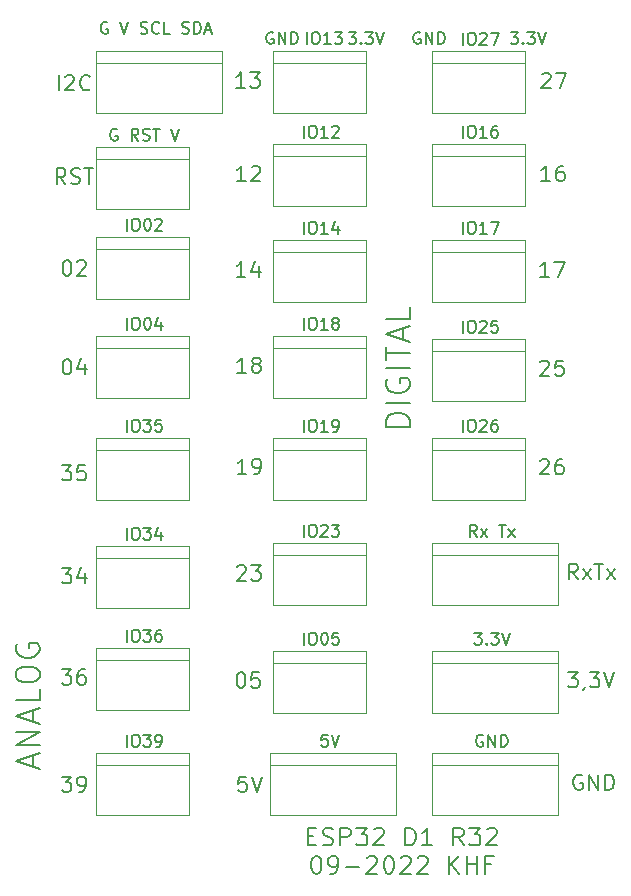
<source format=gbr>
%TF.GenerationSoftware,KiCad,Pcbnew,(5.1.9)-1*%
%TF.CreationDate,2022-11-09T15:03:55+01:00*%
%TF.ProjectId,Wemos UNO,57656d6f-7320-4554-9e4f-2e6b69636164,rev?*%
%TF.SameCoordinates,Original*%
%TF.FileFunction,Legend,Top*%
%TF.FilePolarity,Positive*%
%FSLAX46Y46*%
G04 Gerber Fmt 4.6, Leading zero omitted, Abs format (unit mm)*
G04 Created by KiCad (PCBNEW (5.1.9)-1) date 2022-11-09 15:03:55*
%MOMM*%
%LPD*%
G01*
G04 APERTURE LIST*
%ADD10C,0.150000*%
%ADD11C,0.120000*%
G04 APERTURE END LIST*
D10*
X157719523Y-112410000D02*
X157595714Y-112348095D01*
X157410000Y-112348095D01*
X157224285Y-112410000D01*
X157100476Y-112533809D01*
X157038571Y-112657619D01*
X156976666Y-112905238D01*
X156976666Y-113090952D01*
X157038571Y-113338571D01*
X157100476Y-113462380D01*
X157224285Y-113586190D01*
X157410000Y-113648095D01*
X157533809Y-113648095D01*
X157719523Y-113586190D01*
X157781428Y-113524285D01*
X157781428Y-113090952D01*
X157533809Y-113090952D01*
X158338571Y-113648095D02*
X158338571Y-112348095D01*
X159081428Y-113648095D01*
X159081428Y-112348095D01*
X159700476Y-113648095D02*
X159700476Y-112348095D01*
X160010000Y-112348095D01*
X160195714Y-112410000D01*
X160319523Y-112533809D01*
X160381428Y-112657619D01*
X160443333Y-112905238D01*
X160443333Y-113090952D01*
X160381428Y-113338571D01*
X160319523Y-113462380D01*
X160195714Y-113586190D01*
X160010000Y-113648095D01*
X159700476Y-113648095D01*
X154359523Y-53061904D02*
X154421428Y-53000000D01*
X154545238Y-52938095D01*
X154854761Y-52938095D01*
X154978571Y-53000000D01*
X155040476Y-53061904D01*
X155102380Y-53185714D01*
X155102380Y-53309523D01*
X155040476Y-53495238D01*
X154297619Y-54238095D01*
X155102380Y-54238095D01*
X155535714Y-52938095D02*
X156402380Y-52938095D01*
X155845238Y-54238095D01*
X129202380Y-54208095D02*
X128459523Y-54208095D01*
X128830952Y-54208095D02*
X128830952Y-52908095D01*
X128707142Y-53093809D01*
X128583333Y-53217619D01*
X128459523Y-53279523D01*
X129635714Y-52908095D02*
X130440476Y-52908095D01*
X130007142Y-53403333D01*
X130192857Y-53403333D01*
X130316666Y-53465238D01*
X130378571Y-53527142D01*
X130440476Y-53650952D01*
X130440476Y-53960476D01*
X130378571Y-54084285D01*
X130316666Y-54146190D01*
X130192857Y-54208095D01*
X129821428Y-54208095D01*
X129697619Y-54146190D01*
X129635714Y-54084285D01*
X129262380Y-62108095D02*
X128519523Y-62108095D01*
X128890952Y-62108095D02*
X128890952Y-60808095D01*
X128767142Y-60993809D01*
X128643333Y-61117619D01*
X128519523Y-61179523D01*
X129757619Y-60931904D02*
X129819523Y-60870000D01*
X129943333Y-60808095D01*
X130252857Y-60808095D01*
X130376666Y-60870000D01*
X130438571Y-60931904D01*
X130500476Y-61055714D01*
X130500476Y-61179523D01*
X130438571Y-61365238D01*
X129695714Y-62108095D01*
X130500476Y-62108095D01*
X155042380Y-62108095D02*
X154299523Y-62108095D01*
X154670952Y-62108095D02*
X154670952Y-60808095D01*
X154547142Y-60993809D01*
X154423333Y-61117619D01*
X154299523Y-61179523D01*
X156156666Y-60808095D02*
X155909047Y-60808095D01*
X155785238Y-60870000D01*
X155723333Y-60931904D01*
X155599523Y-61117619D01*
X155537619Y-61365238D01*
X155537619Y-61860476D01*
X155599523Y-61984285D01*
X155661428Y-62046190D01*
X155785238Y-62108095D01*
X156032857Y-62108095D01*
X156156666Y-62046190D01*
X156218571Y-61984285D01*
X156280476Y-61860476D01*
X156280476Y-61550952D01*
X156218571Y-61427142D01*
X156156666Y-61365238D01*
X156032857Y-61303333D01*
X155785238Y-61303333D01*
X155661428Y-61365238D01*
X155599523Y-61427142D01*
X155537619Y-61550952D01*
X154952380Y-70228095D02*
X154209523Y-70228095D01*
X154580952Y-70228095D02*
X154580952Y-68928095D01*
X154457142Y-69113809D01*
X154333333Y-69237619D01*
X154209523Y-69299523D01*
X155385714Y-68928095D02*
X156252380Y-68928095D01*
X155695238Y-70228095D01*
X129232380Y-70198095D02*
X128489523Y-70198095D01*
X128860952Y-70198095D02*
X128860952Y-68898095D01*
X128737142Y-69083809D01*
X128613333Y-69207619D01*
X128489523Y-69269523D01*
X130346666Y-69331428D02*
X130346666Y-70198095D01*
X130037142Y-68836190D02*
X129727619Y-69764761D01*
X130532380Y-69764761D01*
X154209523Y-77421904D02*
X154271428Y-77360000D01*
X154395238Y-77298095D01*
X154704761Y-77298095D01*
X154828571Y-77360000D01*
X154890476Y-77421904D01*
X154952380Y-77545714D01*
X154952380Y-77669523D01*
X154890476Y-77855238D01*
X154147619Y-78598095D01*
X154952380Y-78598095D01*
X156128571Y-77298095D02*
X155509523Y-77298095D01*
X155447619Y-77917142D01*
X155509523Y-77855238D01*
X155633333Y-77793333D01*
X155942857Y-77793333D01*
X156066666Y-77855238D01*
X156128571Y-77917142D01*
X156190476Y-78040952D01*
X156190476Y-78350476D01*
X156128571Y-78474285D01*
X156066666Y-78536190D01*
X155942857Y-78598095D01*
X155633333Y-78598095D01*
X155509523Y-78536190D01*
X155447619Y-78474285D01*
X129292380Y-78348095D02*
X128549523Y-78348095D01*
X128920952Y-78348095D02*
X128920952Y-77048095D01*
X128797142Y-77233809D01*
X128673333Y-77357619D01*
X128549523Y-77419523D01*
X130035238Y-77605238D02*
X129911428Y-77543333D01*
X129849523Y-77481428D01*
X129787619Y-77357619D01*
X129787619Y-77295714D01*
X129849523Y-77171904D01*
X129911428Y-77110000D01*
X130035238Y-77048095D01*
X130282857Y-77048095D01*
X130406666Y-77110000D01*
X130468571Y-77171904D01*
X130530476Y-77295714D01*
X130530476Y-77357619D01*
X130468571Y-77481428D01*
X130406666Y-77543333D01*
X130282857Y-77605238D01*
X130035238Y-77605238D01*
X129911428Y-77667142D01*
X129849523Y-77729047D01*
X129787619Y-77852857D01*
X129787619Y-78100476D01*
X129849523Y-78224285D01*
X129911428Y-78286190D01*
X130035238Y-78348095D01*
X130282857Y-78348095D01*
X130406666Y-78286190D01*
X130468571Y-78224285D01*
X130530476Y-78100476D01*
X130530476Y-77852857D01*
X130468571Y-77729047D01*
X130406666Y-77667142D01*
X130282857Y-77605238D01*
X154209523Y-85761904D02*
X154271428Y-85700000D01*
X154395238Y-85638095D01*
X154704761Y-85638095D01*
X154828571Y-85700000D01*
X154890476Y-85761904D01*
X154952380Y-85885714D01*
X154952380Y-86009523D01*
X154890476Y-86195238D01*
X154147619Y-86938095D01*
X154952380Y-86938095D01*
X156066666Y-85638095D02*
X155819047Y-85638095D01*
X155695238Y-85700000D01*
X155633333Y-85761904D01*
X155509523Y-85947619D01*
X155447619Y-86195238D01*
X155447619Y-86690476D01*
X155509523Y-86814285D01*
X155571428Y-86876190D01*
X155695238Y-86938095D01*
X155942857Y-86938095D01*
X156066666Y-86876190D01*
X156128571Y-86814285D01*
X156190476Y-86690476D01*
X156190476Y-86380952D01*
X156128571Y-86257142D01*
X156066666Y-86195238D01*
X155942857Y-86133333D01*
X155695238Y-86133333D01*
X155571428Y-86195238D01*
X155509523Y-86257142D01*
X155447619Y-86380952D01*
X129322380Y-86908095D02*
X128579523Y-86908095D01*
X128950952Y-86908095D02*
X128950952Y-85608095D01*
X128827142Y-85793809D01*
X128703333Y-85917619D01*
X128579523Y-85979523D01*
X129941428Y-86908095D02*
X130189047Y-86908095D01*
X130312857Y-86846190D01*
X130374761Y-86784285D01*
X130498571Y-86598571D01*
X130560476Y-86350952D01*
X130560476Y-85855714D01*
X130498571Y-85731904D01*
X130436666Y-85670000D01*
X130312857Y-85608095D01*
X130065238Y-85608095D01*
X129941428Y-85670000D01*
X129879523Y-85731904D01*
X129817619Y-85855714D01*
X129817619Y-86165238D01*
X129879523Y-86289047D01*
X129941428Y-86350952D01*
X130065238Y-86412857D01*
X130312857Y-86412857D01*
X130436666Y-86350952D01*
X130498571Y-86289047D01*
X130560476Y-86165238D01*
X157354761Y-95798095D02*
X156921428Y-95179047D01*
X156611904Y-95798095D02*
X156611904Y-94498095D01*
X157107142Y-94498095D01*
X157230952Y-94560000D01*
X157292857Y-94621904D01*
X157354761Y-94745714D01*
X157354761Y-94931428D01*
X157292857Y-95055238D01*
X157230952Y-95117142D01*
X157107142Y-95179047D01*
X156611904Y-95179047D01*
X157788095Y-95798095D02*
X158469047Y-94931428D01*
X157788095Y-94931428D02*
X158469047Y-95798095D01*
X158778571Y-94498095D02*
X159521428Y-94498095D01*
X159150000Y-95798095D02*
X159150000Y-94498095D01*
X159830952Y-95798095D02*
X160511904Y-94931428D01*
X159830952Y-94931428D02*
X160511904Y-95798095D01*
X128549523Y-94771904D02*
X128611428Y-94710000D01*
X128735238Y-94648095D01*
X129044761Y-94648095D01*
X129168571Y-94710000D01*
X129230476Y-94771904D01*
X129292380Y-94895714D01*
X129292380Y-95019523D01*
X129230476Y-95205238D01*
X128487619Y-95948095D01*
X129292380Y-95948095D01*
X129725714Y-94648095D02*
X130530476Y-94648095D01*
X130097142Y-95143333D01*
X130282857Y-95143333D01*
X130406666Y-95205238D01*
X130468571Y-95267142D01*
X130530476Y-95390952D01*
X130530476Y-95700476D01*
X130468571Y-95824285D01*
X130406666Y-95886190D01*
X130282857Y-95948095D01*
X129911428Y-95948095D01*
X129787619Y-95886190D01*
X129725714Y-95824285D01*
X156550952Y-103668095D02*
X157355714Y-103668095D01*
X156922380Y-104163333D01*
X157108095Y-104163333D01*
X157231904Y-104225238D01*
X157293809Y-104287142D01*
X157355714Y-104410952D01*
X157355714Y-104720476D01*
X157293809Y-104844285D01*
X157231904Y-104906190D01*
X157108095Y-104968095D01*
X156736666Y-104968095D01*
X156612857Y-104906190D01*
X156550952Y-104844285D01*
X157974761Y-104906190D02*
X157974761Y-104968095D01*
X157912857Y-105091904D01*
X157850952Y-105153809D01*
X158408095Y-103668095D02*
X159212857Y-103668095D01*
X158779523Y-104163333D01*
X158965238Y-104163333D01*
X159089047Y-104225238D01*
X159150952Y-104287142D01*
X159212857Y-104410952D01*
X159212857Y-104720476D01*
X159150952Y-104844285D01*
X159089047Y-104906190D01*
X158965238Y-104968095D01*
X158593809Y-104968095D01*
X158470000Y-104906190D01*
X158408095Y-104844285D01*
X159584285Y-103668095D02*
X160017619Y-104968095D01*
X160450952Y-103668095D01*
X128799047Y-103698095D02*
X128922857Y-103698095D01*
X129046666Y-103760000D01*
X129108571Y-103821904D01*
X129170476Y-103945714D01*
X129232380Y-104193333D01*
X129232380Y-104502857D01*
X129170476Y-104750476D01*
X129108571Y-104874285D01*
X129046666Y-104936190D01*
X128922857Y-104998095D01*
X128799047Y-104998095D01*
X128675238Y-104936190D01*
X128613333Y-104874285D01*
X128551428Y-104750476D01*
X128489523Y-104502857D01*
X128489523Y-104193333D01*
X128551428Y-103945714D01*
X128613333Y-103821904D01*
X128675238Y-103760000D01*
X128799047Y-103698095D01*
X130408571Y-103698095D02*
X129789523Y-103698095D01*
X129727619Y-104317142D01*
X129789523Y-104255238D01*
X129913333Y-104193333D01*
X130222857Y-104193333D01*
X130346666Y-104255238D01*
X130408571Y-104317142D01*
X130470476Y-104440952D01*
X130470476Y-104750476D01*
X130408571Y-104874285D01*
X130346666Y-104936190D01*
X130222857Y-104998095D01*
X129913333Y-104998095D01*
X129789523Y-104936190D01*
X129727619Y-104874285D01*
X113697619Y-86148095D02*
X114502380Y-86148095D01*
X114069047Y-86643333D01*
X114254761Y-86643333D01*
X114378571Y-86705238D01*
X114440476Y-86767142D01*
X114502380Y-86890952D01*
X114502380Y-87200476D01*
X114440476Y-87324285D01*
X114378571Y-87386190D01*
X114254761Y-87448095D01*
X113883333Y-87448095D01*
X113759523Y-87386190D01*
X113697619Y-87324285D01*
X115678571Y-86148095D02*
X115059523Y-86148095D01*
X114997619Y-86767142D01*
X115059523Y-86705238D01*
X115183333Y-86643333D01*
X115492857Y-86643333D01*
X115616666Y-86705238D01*
X115678571Y-86767142D01*
X115740476Y-86890952D01*
X115740476Y-87200476D01*
X115678571Y-87324285D01*
X115616666Y-87386190D01*
X115492857Y-87448095D01*
X115183333Y-87448095D01*
X115059523Y-87386190D01*
X114997619Y-87324285D01*
X129322380Y-112518095D02*
X128703333Y-112518095D01*
X128641428Y-113137142D01*
X128703333Y-113075238D01*
X128827142Y-113013333D01*
X129136666Y-113013333D01*
X129260476Y-113075238D01*
X129322380Y-113137142D01*
X129384285Y-113260952D01*
X129384285Y-113570476D01*
X129322380Y-113694285D01*
X129260476Y-113756190D01*
X129136666Y-113818095D01*
X128827142Y-113818095D01*
X128703333Y-113756190D01*
X128641428Y-113694285D01*
X129755714Y-112518095D02*
X130189047Y-113818095D01*
X130622380Y-112518095D01*
X113697619Y-112518095D02*
X114502380Y-112518095D01*
X114069047Y-113013333D01*
X114254761Y-113013333D01*
X114378571Y-113075238D01*
X114440476Y-113137142D01*
X114502380Y-113260952D01*
X114502380Y-113570476D01*
X114440476Y-113694285D01*
X114378571Y-113756190D01*
X114254761Y-113818095D01*
X113883333Y-113818095D01*
X113759523Y-113756190D01*
X113697619Y-113694285D01*
X115121428Y-113818095D02*
X115369047Y-113818095D01*
X115492857Y-113756190D01*
X115554761Y-113694285D01*
X115678571Y-113508571D01*
X115740476Y-113260952D01*
X115740476Y-112765714D01*
X115678571Y-112641904D01*
X115616666Y-112580000D01*
X115492857Y-112518095D01*
X115245238Y-112518095D01*
X115121428Y-112580000D01*
X115059523Y-112641904D01*
X114997619Y-112765714D01*
X114997619Y-113075238D01*
X115059523Y-113199047D01*
X115121428Y-113260952D01*
X115245238Y-113322857D01*
X115492857Y-113322857D01*
X115616666Y-113260952D01*
X115678571Y-113199047D01*
X115740476Y-113075238D01*
X113697619Y-103438095D02*
X114502380Y-103438095D01*
X114069047Y-103933333D01*
X114254761Y-103933333D01*
X114378571Y-103995238D01*
X114440476Y-104057142D01*
X114502380Y-104180952D01*
X114502380Y-104490476D01*
X114440476Y-104614285D01*
X114378571Y-104676190D01*
X114254761Y-104738095D01*
X113883333Y-104738095D01*
X113759523Y-104676190D01*
X113697619Y-104614285D01*
X115616666Y-103438095D02*
X115369047Y-103438095D01*
X115245238Y-103500000D01*
X115183333Y-103561904D01*
X115059523Y-103747619D01*
X114997619Y-103995238D01*
X114997619Y-104490476D01*
X115059523Y-104614285D01*
X115121428Y-104676190D01*
X115245238Y-104738095D01*
X115492857Y-104738095D01*
X115616666Y-104676190D01*
X115678571Y-104614285D01*
X115740476Y-104490476D01*
X115740476Y-104180952D01*
X115678571Y-104057142D01*
X115616666Y-103995238D01*
X115492857Y-103933333D01*
X115245238Y-103933333D01*
X115121428Y-103995238D01*
X115059523Y-104057142D01*
X114997619Y-104180952D01*
X113697619Y-94868095D02*
X114502380Y-94868095D01*
X114069047Y-95363333D01*
X114254761Y-95363333D01*
X114378571Y-95425238D01*
X114440476Y-95487142D01*
X114502380Y-95610952D01*
X114502380Y-95920476D01*
X114440476Y-96044285D01*
X114378571Y-96106190D01*
X114254761Y-96168095D01*
X113883333Y-96168095D01*
X113759523Y-96106190D01*
X113697619Y-96044285D01*
X115616666Y-95301428D02*
X115616666Y-96168095D01*
X115307142Y-94806190D02*
X114997619Y-95734761D01*
X115802380Y-95734761D01*
X114069047Y-77178095D02*
X114192857Y-77178095D01*
X114316666Y-77240000D01*
X114378571Y-77301904D01*
X114440476Y-77425714D01*
X114502380Y-77673333D01*
X114502380Y-77982857D01*
X114440476Y-78230476D01*
X114378571Y-78354285D01*
X114316666Y-78416190D01*
X114192857Y-78478095D01*
X114069047Y-78478095D01*
X113945238Y-78416190D01*
X113883333Y-78354285D01*
X113821428Y-78230476D01*
X113759523Y-77982857D01*
X113759523Y-77673333D01*
X113821428Y-77425714D01*
X113883333Y-77301904D01*
X113945238Y-77240000D01*
X114069047Y-77178095D01*
X115616666Y-77611428D02*
X115616666Y-78478095D01*
X115307142Y-77116190D02*
X114997619Y-78044761D01*
X115802380Y-78044761D01*
X114069047Y-68808095D02*
X114192857Y-68808095D01*
X114316666Y-68870000D01*
X114378571Y-68931904D01*
X114440476Y-69055714D01*
X114502380Y-69303333D01*
X114502380Y-69612857D01*
X114440476Y-69860476D01*
X114378571Y-69984285D01*
X114316666Y-70046190D01*
X114192857Y-70108095D01*
X114069047Y-70108095D01*
X113945238Y-70046190D01*
X113883333Y-69984285D01*
X113821428Y-69860476D01*
X113759523Y-69612857D01*
X113759523Y-69303333D01*
X113821428Y-69055714D01*
X113883333Y-68931904D01*
X113945238Y-68870000D01*
X114069047Y-68808095D01*
X114997619Y-68931904D02*
X115059523Y-68870000D01*
X115183333Y-68808095D01*
X115492857Y-68808095D01*
X115616666Y-68870000D01*
X115678571Y-68931904D01*
X115740476Y-69055714D01*
X115740476Y-69179523D01*
X115678571Y-69365238D01*
X114935714Y-70108095D01*
X115740476Y-70108095D01*
X113998095Y-62338095D02*
X113564761Y-61719047D01*
X113255238Y-62338095D02*
X113255238Y-61038095D01*
X113750476Y-61038095D01*
X113874285Y-61100000D01*
X113936190Y-61161904D01*
X113998095Y-61285714D01*
X113998095Y-61471428D01*
X113936190Y-61595238D01*
X113874285Y-61657142D01*
X113750476Y-61719047D01*
X113255238Y-61719047D01*
X114493333Y-62276190D02*
X114679047Y-62338095D01*
X114988571Y-62338095D01*
X115112380Y-62276190D01*
X115174285Y-62214285D01*
X115236190Y-62090476D01*
X115236190Y-61966666D01*
X115174285Y-61842857D01*
X115112380Y-61780952D01*
X114988571Y-61719047D01*
X114740952Y-61657142D01*
X114617142Y-61595238D01*
X114555238Y-61533333D01*
X114493333Y-61409523D01*
X114493333Y-61285714D01*
X114555238Y-61161904D01*
X114617142Y-61100000D01*
X114740952Y-61038095D01*
X115050476Y-61038095D01*
X115236190Y-61100000D01*
X115607619Y-61038095D02*
X116350476Y-61038095D01*
X115979047Y-62338095D02*
X115979047Y-61038095D01*
X113440952Y-54428095D02*
X113440952Y-53128095D01*
X113998095Y-53251904D02*
X114060000Y-53190000D01*
X114183809Y-53128095D01*
X114493333Y-53128095D01*
X114617142Y-53190000D01*
X114679047Y-53251904D01*
X114740952Y-53375714D01*
X114740952Y-53499523D01*
X114679047Y-53685238D01*
X113936190Y-54428095D01*
X114740952Y-54428095D01*
X116040952Y-54304285D02*
X115979047Y-54366190D01*
X115793333Y-54428095D01*
X115669523Y-54428095D01*
X115483809Y-54366190D01*
X115360000Y-54242380D01*
X115298095Y-54118571D01*
X115236190Y-53870952D01*
X115236190Y-53685238D01*
X115298095Y-53437619D01*
X115360000Y-53313809D01*
X115483809Y-53190000D01*
X115669523Y-53128095D01*
X115793333Y-53128095D01*
X115979047Y-53190000D01*
X116040952Y-53251904D01*
X131572095Y-49538000D02*
X131476857Y-49490380D01*
X131334000Y-49490380D01*
X131191142Y-49538000D01*
X131095904Y-49633238D01*
X131048285Y-49728476D01*
X131000666Y-49918952D01*
X131000666Y-50061809D01*
X131048285Y-50252285D01*
X131095904Y-50347523D01*
X131191142Y-50442761D01*
X131334000Y-50490380D01*
X131429238Y-50490380D01*
X131572095Y-50442761D01*
X131619714Y-50395142D01*
X131619714Y-50061809D01*
X131429238Y-50061809D01*
X132048285Y-50490380D02*
X132048285Y-49490380D01*
X132619714Y-50490380D01*
X132619714Y-49490380D01*
X133095904Y-50490380D02*
X133095904Y-49490380D01*
X133334000Y-49490380D01*
X133476857Y-49538000D01*
X133572095Y-49633238D01*
X133619714Y-49728476D01*
X133667333Y-49918952D01*
X133667333Y-50061809D01*
X133619714Y-50252285D01*
X133572095Y-50347523D01*
X133476857Y-50442761D01*
X133334000Y-50490380D01*
X133095904Y-50490380D01*
X137969809Y-49490380D02*
X138588857Y-49490380D01*
X138255523Y-49871333D01*
X138398380Y-49871333D01*
X138493619Y-49918952D01*
X138541238Y-49966571D01*
X138588857Y-50061809D01*
X138588857Y-50299904D01*
X138541238Y-50395142D01*
X138493619Y-50442761D01*
X138398380Y-50490380D01*
X138112666Y-50490380D01*
X138017428Y-50442761D01*
X137969809Y-50395142D01*
X139017428Y-50395142D02*
X139065047Y-50442761D01*
X139017428Y-50490380D01*
X138969809Y-50442761D01*
X139017428Y-50395142D01*
X139017428Y-50490380D01*
X139398380Y-49490380D02*
X140017428Y-49490380D01*
X139684095Y-49871333D01*
X139826952Y-49871333D01*
X139922190Y-49918952D01*
X139969809Y-49966571D01*
X140017428Y-50061809D01*
X140017428Y-50299904D01*
X139969809Y-50395142D01*
X139922190Y-50442761D01*
X139826952Y-50490380D01*
X139541238Y-50490380D01*
X139446000Y-50442761D01*
X139398380Y-50395142D01*
X140303142Y-49490380D02*
X140636476Y-50490380D01*
X140969809Y-49490380D01*
X151685809Y-49490380D02*
X152304857Y-49490380D01*
X151971523Y-49871333D01*
X152114380Y-49871333D01*
X152209619Y-49918952D01*
X152257238Y-49966571D01*
X152304857Y-50061809D01*
X152304857Y-50299904D01*
X152257238Y-50395142D01*
X152209619Y-50442761D01*
X152114380Y-50490380D01*
X151828666Y-50490380D01*
X151733428Y-50442761D01*
X151685809Y-50395142D01*
X152733428Y-50395142D02*
X152781047Y-50442761D01*
X152733428Y-50490380D01*
X152685809Y-50442761D01*
X152733428Y-50395142D01*
X152733428Y-50490380D01*
X153114380Y-49490380D02*
X153733428Y-49490380D01*
X153400095Y-49871333D01*
X153542952Y-49871333D01*
X153638190Y-49918952D01*
X153685809Y-49966571D01*
X153733428Y-50061809D01*
X153733428Y-50299904D01*
X153685809Y-50395142D01*
X153638190Y-50442761D01*
X153542952Y-50490380D01*
X153257238Y-50490380D01*
X153162000Y-50442761D01*
X153114380Y-50395142D01*
X154019142Y-49490380D02*
X154352476Y-50490380D01*
X154685809Y-49490380D01*
X144018095Y-49538000D02*
X143922857Y-49490380D01*
X143780000Y-49490380D01*
X143637142Y-49538000D01*
X143541904Y-49633238D01*
X143494285Y-49728476D01*
X143446666Y-49918952D01*
X143446666Y-50061809D01*
X143494285Y-50252285D01*
X143541904Y-50347523D01*
X143637142Y-50442761D01*
X143780000Y-50490380D01*
X143875238Y-50490380D01*
X144018095Y-50442761D01*
X144065714Y-50395142D01*
X144065714Y-50061809D01*
X143875238Y-50061809D01*
X144494285Y-50490380D02*
X144494285Y-49490380D01*
X145065714Y-50490380D01*
X145065714Y-49490380D01*
X145541904Y-50490380D02*
X145541904Y-49490380D01*
X145780000Y-49490380D01*
X145922857Y-49538000D01*
X146018095Y-49633238D01*
X146065714Y-49728476D01*
X146113333Y-49918952D01*
X146113333Y-50061809D01*
X146065714Y-50252285D01*
X146018095Y-50347523D01*
X145922857Y-50442761D01*
X145780000Y-50490380D01*
X145541904Y-50490380D01*
X134494000Y-117564857D02*
X134994000Y-117564857D01*
X135208285Y-118350571D02*
X134494000Y-118350571D01*
X134494000Y-116850571D01*
X135208285Y-116850571D01*
X135779714Y-118279142D02*
X135994000Y-118350571D01*
X136351142Y-118350571D01*
X136494000Y-118279142D01*
X136565428Y-118207714D01*
X136636857Y-118064857D01*
X136636857Y-117922000D01*
X136565428Y-117779142D01*
X136494000Y-117707714D01*
X136351142Y-117636285D01*
X136065428Y-117564857D01*
X135922571Y-117493428D01*
X135851142Y-117422000D01*
X135779714Y-117279142D01*
X135779714Y-117136285D01*
X135851142Y-116993428D01*
X135922571Y-116922000D01*
X136065428Y-116850571D01*
X136422571Y-116850571D01*
X136636857Y-116922000D01*
X137279714Y-118350571D02*
X137279714Y-116850571D01*
X137851142Y-116850571D01*
X137994000Y-116922000D01*
X138065428Y-116993428D01*
X138136857Y-117136285D01*
X138136857Y-117350571D01*
X138065428Y-117493428D01*
X137994000Y-117564857D01*
X137851142Y-117636285D01*
X137279714Y-117636285D01*
X138636857Y-116850571D02*
X139565428Y-116850571D01*
X139065428Y-117422000D01*
X139279714Y-117422000D01*
X139422571Y-117493428D01*
X139494000Y-117564857D01*
X139565428Y-117707714D01*
X139565428Y-118064857D01*
X139494000Y-118207714D01*
X139422571Y-118279142D01*
X139279714Y-118350571D01*
X138851142Y-118350571D01*
X138708285Y-118279142D01*
X138636857Y-118207714D01*
X140136857Y-116993428D02*
X140208285Y-116922000D01*
X140351142Y-116850571D01*
X140708285Y-116850571D01*
X140851142Y-116922000D01*
X140922571Y-116993428D01*
X140994000Y-117136285D01*
X140994000Y-117279142D01*
X140922571Y-117493428D01*
X140065428Y-118350571D01*
X140994000Y-118350571D01*
X142779714Y-118350571D02*
X142779714Y-116850571D01*
X143136857Y-116850571D01*
X143351142Y-116922000D01*
X143494000Y-117064857D01*
X143565428Y-117207714D01*
X143636857Y-117493428D01*
X143636857Y-117707714D01*
X143565428Y-117993428D01*
X143494000Y-118136285D01*
X143351142Y-118279142D01*
X143136857Y-118350571D01*
X142779714Y-118350571D01*
X145065428Y-118350571D02*
X144208285Y-118350571D01*
X144636857Y-118350571D02*
X144636857Y-116850571D01*
X144494000Y-117064857D01*
X144351142Y-117207714D01*
X144208285Y-117279142D01*
X147708285Y-118350571D02*
X147208285Y-117636285D01*
X146851142Y-118350571D02*
X146851142Y-116850571D01*
X147422571Y-116850571D01*
X147565428Y-116922000D01*
X147636857Y-116993428D01*
X147708285Y-117136285D01*
X147708285Y-117350571D01*
X147636857Y-117493428D01*
X147565428Y-117564857D01*
X147422571Y-117636285D01*
X146851142Y-117636285D01*
X148208285Y-116850571D02*
X149136857Y-116850571D01*
X148636857Y-117422000D01*
X148851142Y-117422000D01*
X148994000Y-117493428D01*
X149065428Y-117564857D01*
X149136857Y-117707714D01*
X149136857Y-118064857D01*
X149065428Y-118207714D01*
X148994000Y-118279142D01*
X148851142Y-118350571D01*
X148422571Y-118350571D01*
X148279714Y-118279142D01*
X148208285Y-118207714D01*
X149708285Y-116993428D02*
X149779714Y-116922000D01*
X149922571Y-116850571D01*
X150279714Y-116850571D01*
X150422571Y-116922000D01*
X150494000Y-116993428D01*
X150565428Y-117136285D01*
X150565428Y-117279142D01*
X150494000Y-117493428D01*
X149636857Y-118350571D01*
X150565428Y-118350571D01*
X135172571Y-119250571D02*
X135315428Y-119250571D01*
X135458285Y-119322000D01*
X135529714Y-119393428D01*
X135601142Y-119536285D01*
X135672571Y-119822000D01*
X135672571Y-120179142D01*
X135601142Y-120464857D01*
X135529714Y-120607714D01*
X135458285Y-120679142D01*
X135315428Y-120750571D01*
X135172571Y-120750571D01*
X135029714Y-120679142D01*
X134958285Y-120607714D01*
X134886857Y-120464857D01*
X134815428Y-120179142D01*
X134815428Y-119822000D01*
X134886857Y-119536285D01*
X134958285Y-119393428D01*
X135029714Y-119322000D01*
X135172571Y-119250571D01*
X136386857Y-120750571D02*
X136672571Y-120750571D01*
X136815428Y-120679142D01*
X136886857Y-120607714D01*
X137029714Y-120393428D01*
X137101142Y-120107714D01*
X137101142Y-119536285D01*
X137029714Y-119393428D01*
X136958285Y-119322000D01*
X136815428Y-119250571D01*
X136529714Y-119250571D01*
X136386857Y-119322000D01*
X136315428Y-119393428D01*
X136244000Y-119536285D01*
X136244000Y-119893428D01*
X136315428Y-120036285D01*
X136386857Y-120107714D01*
X136529714Y-120179142D01*
X136815428Y-120179142D01*
X136958285Y-120107714D01*
X137029714Y-120036285D01*
X137101142Y-119893428D01*
X137744000Y-120179142D02*
X138886857Y-120179142D01*
X139529714Y-119393428D02*
X139601142Y-119322000D01*
X139744000Y-119250571D01*
X140101142Y-119250571D01*
X140244000Y-119322000D01*
X140315428Y-119393428D01*
X140386857Y-119536285D01*
X140386857Y-119679142D01*
X140315428Y-119893428D01*
X139458285Y-120750571D01*
X140386857Y-120750571D01*
X141315428Y-119250571D02*
X141458285Y-119250571D01*
X141601142Y-119322000D01*
X141672571Y-119393428D01*
X141744000Y-119536285D01*
X141815428Y-119822000D01*
X141815428Y-120179142D01*
X141744000Y-120464857D01*
X141672571Y-120607714D01*
X141601142Y-120679142D01*
X141458285Y-120750571D01*
X141315428Y-120750571D01*
X141172571Y-120679142D01*
X141101142Y-120607714D01*
X141029714Y-120464857D01*
X140958285Y-120179142D01*
X140958285Y-119822000D01*
X141029714Y-119536285D01*
X141101142Y-119393428D01*
X141172571Y-119322000D01*
X141315428Y-119250571D01*
X142386857Y-119393428D02*
X142458285Y-119322000D01*
X142601142Y-119250571D01*
X142958285Y-119250571D01*
X143101142Y-119322000D01*
X143172571Y-119393428D01*
X143244000Y-119536285D01*
X143244000Y-119679142D01*
X143172571Y-119893428D01*
X142315428Y-120750571D01*
X143244000Y-120750571D01*
X143815428Y-119393428D02*
X143886857Y-119322000D01*
X144029714Y-119250571D01*
X144386857Y-119250571D01*
X144529714Y-119322000D01*
X144601142Y-119393428D01*
X144672571Y-119536285D01*
X144672571Y-119679142D01*
X144601142Y-119893428D01*
X143744000Y-120750571D01*
X144672571Y-120750571D01*
X146458285Y-120750571D02*
X146458285Y-119250571D01*
X147315428Y-120750571D02*
X146672571Y-119893428D01*
X147315428Y-119250571D02*
X146458285Y-120107714D01*
X147958285Y-120750571D02*
X147958285Y-119250571D01*
X147958285Y-119964857D02*
X148815428Y-119964857D01*
X148815428Y-120750571D02*
X148815428Y-119250571D01*
X150029714Y-119964857D02*
X149529714Y-119964857D01*
X149529714Y-120750571D02*
X149529714Y-119250571D01*
X150244000Y-119250571D01*
X143144761Y-82882761D02*
X141144761Y-82882761D01*
X141144761Y-82406571D01*
X141240000Y-82120857D01*
X141430476Y-81930380D01*
X141620952Y-81835142D01*
X142001904Y-81739904D01*
X142287619Y-81739904D01*
X142668571Y-81835142D01*
X142859047Y-81930380D01*
X143049523Y-82120857D01*
X143144761Y-82406571D01*
X143144761Y-82882761D01*
X143144761Y-80882761D02*
X141144761Y-80882761D01*
X141240000Y-78882761D02*
X141144761Y-79073238D01*
X141144761Y-79358952D01*
X141240000Y-79644666D01*
X141430476Y-79835142D01*
X141620952Y-79930380D01*
X142001904Y-80025619D01*
X142287619Y-80025619D01*
X142668571Y-79930380D01*
X142859047Y-79835142D01*
X143049523Y-79644666D01*
X143144761Y-79358952D01*
X143144761Y-79168476D01*
X143049523Y-78882761D01*
X142954285Y-78787523D01*
X142287619Y-78787523D01*
X142287619Y-79168476D01*
X143144761Y-77930380D02*
X141144761Y-77930380D01*
X141144761Y-77263714D02*
X141144761Y-76120857D01*
X143144761Y-76692285D02*
X141144761Y-76692285D01*
X142573333Y-75549428D02*
X142573333Y-74597047D01*
X143144761Y-75739904D02*
X141144761Y-75073238D01*
X143144761Y-74406571D01*
X143144761Y-72787523D02*
X143144761Y-73739904D01*
X141144761Y-73739904D01*
X111233333Y-111698095D02*
X111233333Y-110745714D01*
X111804761Y-111888571D02*
X109804761Y-111221904D01*
X111804761Y-110555238D01*
X111804761Y-109888571D02*
X109804761Y-109888571D01*
X111804761Y-108745714D01*
X109804761Y-108745714D01*
X111233333Y-107888571D02*
X111233333Y-106936190D01*
X111804761Y-108079047D02*
X109804761Y-107412380D01*
X111804761Y-106745714D01*
X111804761Y-105126666D02*
X111804761Y-106079047D01*
X109804761Y-106079047D01*
X109804761Y-104079047D02*
X109804761Y-103698095D01*
X109900000Y-103507619D01*
X110090476Y-103317142D01*
X110471428Y-103221904D01*
X111138095Y-103221904D01*
X111519047Y-103317142D01*
X111709523Y-103507619D01*
X111804761Y-103698095D01*
X111804761Y-104079047D01*
X111709523Y-104269523D01*
X111519047Y-104460000D01*
X111138095Y-104555238D01*
X110471428Y-104555238D01*
X110090476Y-104460000D01*
X109900000Y-104269523D01*
X109804761Y-104079047D01*
X109900000Y-101317142D02*
X109804761Y-101507619D01*
X109804761Y-101793333D01*
X109900000Y-102079047D01*
X110090476Y-102269523D01*
X110280952Y-102364761D01*
X110661904Y-102460000D01*
X110947619Y-102460000D01*
X111328571Y-102364761D01*
X111519047Y-102269523D01*
X111709523Y-102079047D01*
X111804761Y-101793333D01*
X111804761Y-101602857D01*
X111709523Y-101317142D01*
X111614285Y-101221904D01*
X110947619Y-101221904D01*
X110947619Y-101602857D01*
D11*
%TO.C,IO02*%
X116610000Y-67842000D02*
X124460000Y-67862000D01*
X124460000Y-72082000D02*
X124460000Y-66851600D01*
X116610000Y-72072400D02*
X124460000Y-72082000D01*
X116610000Y-72072400D02*
X116584600Y-66842000D01*
X116610000Y-66842000D02*
X124460000Y-66852000D01*
%TO.C,IO26*%
X145058000Y-84860000D02*
X152908000Y-84880000D01*
X152908000Y-89100000D02*
X152908000Y-83869600D01*
X145058000Y-89090400D02*
X152908000Y-89100000D01*
X145058000Y-89090400D02*
X145032600Y-83860000D01*
X145058000Y-83860000D02*
X152908000Y-83870000D01*
%TO.C,IO25*%
X145058000Y-75478000D02*
X152908000Y-75488000D01*
X145058000Y-80708400D02*
X145032600Y-75478000D01*
X145058000Y-80708400D02*
X152908000Y-80718000D01*
X152908000Y-80718000D02*
X152908000Y-75487600D01*
X145058000Y-76478000D02*
X152908000Y-76498000D01*
%TO.C,IO17*%
X145058000Y-68096000D02*
X152908000Y-68116000D01*
X152908000Y-72336000D02*
X152908000Y-67105600D01*
X145058000Y-72326400D02*
X152908000Y-72336000D01*
X145058000Y-72326400D02*
X145032600Y-67096000D01*
X145058000Y-67096000D02*
X152908000Y-67106000D01*
%TO.C,IO16*%
X145058000Y-58968000D02*
X152908000Y-58978000D01*
X145058000Y-64198400D02*
X145032600Y-58968000D01*
X145058000Y-64198400D02*
X152908000Y-64208000D01*
X152908000Y-64208000D02*
X152908000Y-58977600D01*
X145058000Y-59968000D02*
X152908000Y-59988000D01*
%TO.C,IO27*%
X145058000Y-52094000D02*
X152908000Y-52114000D01*
X152908000Y-56334000D02*
X152908000Y-51103600D01*
X145058000Y-56324400D02*
X152908000Y-56334000D01*
X145058000Y-56324400D02*
X145032600Y-51094000D01*
X145058000Y-51094000D02*
X152908000Y-51104000D01*
%TO.C,IO14*%
X131596000Y-67096000D02*
X139446000Y-67106000D01*
X131596000Y-72326400D02*
X131570600Y-67096000D01*
X131596000Y-72326400D02*
X139446000Y-72336000D01*
X139446000Y-72336000D02*
X139446000Y-67105600D01*
X131596000Y-68096000D02*
X139446000Y-68116000D01*
%TO.C,IO12*%
X131596000Y-58968000D02*
X139446000Y-58978000D01*
X131596000Y-64198400D02*
X131570600Y-58968000D01*
X131596000Y-64198400D02*
X139446000Y-64208000D01*
X139446000Y-64208000D02*
X139446000Y-58977600D01*
X131596000Y-59968000D02*
X139446000Y-59988000D01*
%TO.C,IO13*%
X131596000Y-52094000D02*
X139446000Y-52114000D01*
X139446000Y-56334000D02*
X139446000Y-51103600D01*
X131596000Y-56324400D02*
X139446000Y-56334000D01*
X131596000Y-56324400D02*
X131570600Y-51094000D01*
X131596000Y-51094000D02*
X139446000Y-51104000D01*
%TO.C,IO05*%
X131596000Y-101894000D02*
X139446000Y-101904000D01*
X131596000Y-107124400D02*
X131570600Y-101894000D01*
X131596000Y-107124400D02*
X139446000Y-107134000D01*
X139446000Y-107134000D02*
X139446000Y-101903600D01*
X131596000Y-102894000D02*
X139446000Y-102914000D01*
%TO.C,IO23*%
X131596000Y-93750000D02*
X139446000Y-93770000D01*
X139446000Y-97990000D02*
X139446000Y-92759600D01*
X131596000Y-97980400D02*
X139446000Y-97990000D01*
X131596000Y-97980400D02*
X131570600Y-92750000D01*
X131596000Y-92750000D02*
X139446000Y-92760000D01*
%TO.C,IO19*%
X131596000Y-83860000D02*
X139446000Y-83870000D01*
X131596000Y-89090400D02*
X131570600Y-83860000D01*
X131596000Y-89090400D02*
X139446000Y-89100000D01*
X139446000Y-89100000D02*
X139446000Y-83869600D01*
X131596000Y-84860000D02*
X139446000Y-84880000D01*
%TO.C,IO18*%
X131596000Y-76224000D02*
X139446000Y-76244000D01*
X139446000Y-80464000D02*
X139446000Y-75233600D01*
X131596000Y-80454400D02*
X139446000Y-80464000D01*
X131596000Y-80454400D02*
X131570600Y-75224000D01*
X131596000Y-75224000D02*
X139446000Y-75234000D01*
%TO.C,GND*%
X145058000Y-110530000D02*
X155738000Y-110540000D01*
X145058000Y-115760400D02*
X145032600Y-110530000D01*
X145058000Y-115760400D02*
X155738000Y-115770000D01*
X155738000Y-115770000D02*
X155738000Y-110539600D01*
X145058000Y-111530000D02*
X155728000Y-111550000D01*
%TO.C,5V*%
X131342000Y-111530000D02*
X142012000Y-111550000D01*
X142022000Y-115770000D02*
X142022000Y-110539600D01*
X131342000Y-115760400D02*
X142022000Y-115770000D01*
X131342000Y-115760400D02*
X131316600Y-110530000D01*
X131342000Y-110530000D02*
X142022000Y-110540000D01*
%TO.C,3.3V*%
X145058000Y-101894000D02*
X155738000Y-101904000D01*
X145058000Y-107124400D02*
X145032600Y-101894000D01*
X145058000Y-107124400D02*
X155738000Y-107134000D01*
X155738000Y-107134000D02*
X155738000Y-101903600D01*
X145058000Y-102894000D02*
X155728000Y-102914000D01*
%TO.C,G RST V*%
X116610000Y-59222000D02*
X124460000Y-59232000D01*
X116610000Y-64452400D02*
X116584600Y-59222000D01*
X116610000Y-64452400D02*
X124460000Y-64462000D01*
X124460000Y-64462000D02*
X124460000Y-59231600D01*
X116610000Y-60222000D02*
X124460000Y-60242000D01*
%TO.C,IO04*%
X116610000Y-76224000D02*
X124460000Y-76244000D01*
X124460000Y-80464000D02*
X124460000Y-75233600D01*
X116610000Y-80454400D02*
X124460000Y-80464000D01*
X116610000Y-80454400D02*
X116584600Y-75224000D01*
X116610000Y-75224000D02*
X124460000Y-75234000D01*
%TO.C,IO35*%
X116610000Y-83860000D02*
X124460000Y-83870000D01*
X116610000Y-89090400D02*
X116584600Y-83860000D01*
X116610000Y-89090400D02*
X124460000Y-89100000D01*
X124460000Y-89100000D02*
X124460000Y-83869600D01*
X116610000Y-84860000D02*
X124460000Y-84880000D01*
%TO.C,IO34*%
X116610000Y-94004000D02*
X124460000Y-94024000D01*
X124460000Y-98244000D02*
X124460000Y-93013600D01*
X116610000Y-98234400D02*
X124460000Y-98244000D01*
X116610000Y-98234400D02*
X116584600Y-93004000D01*
X116610000Y-93004000D02*
X124460000Y-93014000D01*
%TO.C,IO36*%
X116610000Y-101640000D02*
X124460000Y-101650000D01*
X116610000Y-106870400D02*
X116584600Y-101640000D01*
X116610000Y-106870400D02*
X124460000Y-106880000D01*
X124460000Y-106880000D02*
X124460000Y-101649600D01*
X116610000Y-102640000D02*
X124460000Y-102660000D01*
%TO.C,IO39*%
X116610000Y-111530000D02*
X124460000Y-111550000D01*
X124460000Y-115770000D02*
X124460000Y-110539600D01*
X116610000Y-115760400D02*
X124460000Y-115770000D01*
X116610000Y-115760400D02*
X116584600Y-110530000D01*
X116610000Y-110530000D02*
X124460000Y-110540000D01*
%TO.C,G V SCL SDA*%
X116610000Y-51094000D02*
X127290000Y-51104000D01*
X116610000Y-56324400D02*
X116584600Y-51094000D01*
X116610000Y-56324400D02*
X127290000Y-56334000D01*
X127290000Y-56334000D02*
X127290000Y-51103600D01*
X116610000Y-52094000D02*
X127280000Y-52114000D01*
%TO.C,Rx Tx*%
X145058000Y-93750000D02*
X155728000Y-93770000D01*
X155738000Y-97990000D02*
X155738000Y-92759600D01*
X145058000Y-97980400D02*
X155738000Y-97990000D01*
X145058000Y-97980400D02*
X145032600Y-92750000D01*
X145058000Y-92750000D02*
X155738000Y-92760000D01*
%TO.C,IO02*%
D10*
X119173809Y-66294380D02*
X119173809Y-65294380D01*
X119840476Y-65294380D02*
X120030952Y-65294380D01*
X120126190Y-65342000D01*
X120221428Y-65437238D01*
X120269047Y-65627714D01*
X120269047Y-65961047D01*
X120221428Y-66151523D01*
X120126190Y-66246761D01*
X120030952Y-66294380D01*
X119840476Y-66294380D01*
X119745238Y-66246761D01*
X119650000Y-66151523D01*
X119602380Y-65961047D01*
X119602380Y-65627714D01*
X119650000Y-65437238D01*
X119745238Y-65342000D01*
X119840476Y-65294380D01*
X120888095Y-65294380D02*
X120983333Y-65294380D01*
X121078571Y-65342000D01*
X121126190Y-65389619D01*
X121173809Y-65484857D01*
X121221428Y-65675333D01*
X121221428Y-65913428D01*
X121173809Y-66103904D01*
X121126190Y-66199142D01*
X121078571Y-66246761D01*
X120983333Y-66294380D01*
X120888095Y-66294380D01*
X120792857Y-66246761D01*
X120745238Y-66199142D01*
X120697619Y-66103904D01*
X120650000Y-65913428D01*
X120650000Y-65675333D01*
X120697619Y-65484857D01*
X120745238Y-65389619D01*
X120792857Y-65342000D01*
X120888095Y-65294380D01*
X121602380Y-65389619D02*
X121650000Y-65342000D01*
X121745238Y-65294380D01*
X121983333Y-65294380D01*
X122078571Y-65342000D01*
X122126190Y-65389619D01*
X122173809Y-65484857D01*
X122173809Y-65580095D01*
X122126190Y-65722952D01*
X121554761Y-66294380D01*
X122173809Y-66294380D01*
%TO.C,IO26*%
X147621809Y-83312380D02*
X147621809Y-82312380D01*
X148288476Y-82312380D02*
X148478952Y-82312380D01*
X148574190Y-82360000D01*
X148669428Y-82455238D01*
X148717047Y-82645714D01*
X148717047Y-82979047D01*
X148669428Y-83169523D01*
X148574190Y-83264761D01*
X148478952Y-83312380D01*
X148288476Y-83312380D01*
X148193238Y-83264761D01*
X148098000Y-83169523D01*
X148050380Y-82979047D01*
X148050380Y-82645714D01*
X148098000Y-82455238D01*
X148193238Y-82360000D01*
X148288476Y-82312380D01*
X149098000Y-82407619D02*
X149145619Y-82360000D01*
X149240857Y-82312380D01*
X149478952Y-82312380D01*
X149574190Y-82360000D01*
X149621809Y-82407619D01*
X149669428Y-82502857D01*
X149669428Y-82598095D01*
X149621809Y-82740952D01*
X149050380Y-83312380D01*
X149669428Y-83312380D01*
X150526571Y-82312380D02*
X150336095Y-82312380D01*
X150240857Y-82360000D01*
X150193238Y-82407619D01*
X150098000Y-82550476D01*
X150050380Y-82740952D01*
X150050380Y-83121904D01*
X150098000Y-83217142D01*
X150145619Y-83264761D01*
X150240857Y-83312380D01*
X150431333Y-83312380D01*
X150526571Y-83264761D01*
X150574190Y-83217142D01*
X150621809Y-83121904D01*
X150621809Y-82883809D01*
X150574190Y-82788571D01*
X150526571Y-82740952D01*
X150431333Y-82693333D01*
X150240857Y-82693333D01*
X150145619Y-82740952D01*
X150098000Y-82788571D01*
X150050380Y-82883809D01*
%TO.C,IO25*%
X147621809Y-74930380D02*
X147621809Y-73930380D01*
X148288476Y-73930380D02*
X148478952Y-73930380D01*
X148574190Y-73978000D01*
X148669428Y-74073238D01*
X148717047Y-74263714D01*
X148717047Y-74597047D01*
X148669428Y-74787523D01*
X148574190Y-74882761D01*
X148478952Y-74930380D01*
X148288476Y-74930380D01*
X148193238Y-74882761D01*
X148098000Y-74787523D01*
X148050380Y-74597047D01*
X148050380Y-74263714D01*
X148098000Y-74073238D01*
X148193238Y-73978000D01*
X148288476Y-73930380D01*
X149098000Y-74025619D02*
X149145619Y-73978000D01*
X149240857Y-73930380D01*
X149478952Y-73930380D01*
X149574190Y-73978000D01*
X149621809Y-74025619D01*
X149669428Y-74120857D01*
X149669428Y-74216095D01*
X149621809Y-74358952D01*
X149050380Y-74930380D01*
X149669428Y-74930380D01*
X150574190Y-73930380D02*
X150098000Y-73930380D01*
X150050380Y-74406571D01*
X150098000Y-74358952D01*
X150193238Y-74311333D01*
X150431333Y-74311333D01*
X150526571Y-74358952D01*
X150574190Y-74406571D01*
X150621809Y-74501809D01*
X150621809Y-74739904D01*
X150574190Y-74835142D01*
X150526571Y-74882761D01*
X150431333Y-74930380D01*
X150193238Y-74930380D01*
X150098000Y-74882761D01*
X150050380Y-74835142D01*
%TO.C,IO17*%
X147621809Y-66548380D02*
X147621809Y-65548380D01*
X148288476Y-65548380D02*
X148478952Y-65548380D01*
X148574190Y-65596000D01*
X148669428Y-65691238D01*
X148717047Y-65881714D01*
X148717047Y-66215047D01*
X148669428Y-66405523D01*
X148574190Y-66500761D01*
X148478952Y-66548380D01*
X148288476Y-66548380D01*
X148193238Y-66500761D01*
X148098000Y-66405523D01*
X148050380Y-66215047D01*
X148050380Y-65881714D01*
X148098000Y-65691238D01*
X148193238Y-65596000D01*
X148288476Y-65548380D01*
X149669428Y-66548380D02*
X149098000Y-66548380D01*
X149383714Y-66548380D02*
X149383714Y-65548380D01*
X149288476Y-65691238D01*
X149193238Y-65786476D01*
X149098000Y-65834095D01*
X150002761Y-65548380D02*
X150669428Y-65548380D01*
X150240857Y-66548380D01*
%TO.C,IO16*%
X147621809Y-58420380D02*
X147621809Y-57420380D01*
X148288476Y-57420380D02*
X148478952Y-57420380D01*
X148574190Y-57468000D01*
X148669428Y-57563238D01*
X148717047Y-57753714D01*
X148717047Y-58087047D01*
X148669428Y-58277523D01*
X148574190Y-58372761D01*
X148478952Y-58420380D01*
X148288476Y-58420380D01*
X148193238Y-58372761D01*
X148098000Y-58277523D01*
X148050380Y-58087047D01*
X148050380Y-57753714D01*
X148098000Y-57563238D01*
X148193238Y-57468000D01*
X148288476Y-57420380D01*
X149669428Y-58420380D02*
X149098000Y-58420380D01*
X149383714Y-58420380D02*
X149383714Y-57420380D01*
X149288476Y-57563238D01*
X149193238Y-57658476D01*
X149098000Y-57706095D01*
X150526571Y-57420380D02*
X150336095Y-57420380D01*
X150240857Y-57468000D01*
X150193238Y-57515619D01*
X150098000Y-57658476D01*
X150050380Y-57848952D01*
X150050380Y-58229904D01*
X150098000Y-58325142D01*
X150145619Y-58372761D01*
X150240857Y-58420380D01*
X150431333Y-58420380D01*
X150526571Y-58372761D01*
X150574190Y-58325142D01*
X150621809Y-58229904D01*
X150621809Y-57991809D01*
X150574190Y-57896571D01*
X150526571Y-57848952D01*
X150431333Y-57801333D01*
X150240857Y-57801333D01*
X150145619Y-57848952D01*
X150098000Y-57896571D01*
X150050380Y-57991809D01*
%TO.C,IO27*%
X147621809Y-50546380D02*
X147621809Y-49546380D01*
X148288476Y-49546380D02*
X148478952Y-49546380D01*
X148574190Y-49594000D01*
X148669428Y-49689238D01*
X148717047Y-49879714D01*
X148717047Y-50213047D01*
X148669428Y-50403523D01*
X148574190Y-50498761D01*
X148478952Y-50546380D01*
X148288476Y-50546380D01*
X148193238Y-50498761D01*
X148098000Y-50403523D01*
X148050380Y-50213047D01*
X148050380Y-49879714D01*
X148098000Y-49689238D01*
X148193238Y-49594000D01*
X148288476Y-49546380D01*
X149098000Y-49641619D02*
X149145619Y-49594000D01*
X149240857Y-49546380D01*
X149478952Y-49546380D01*
X149574190Y-49594000D01*
X149621809Y-49641619D01*
X149669428Y-49736857D01*
X149669428Y-49832095D01*
X149621809Y-49974952D01*
X149050380Y-50546380D01*
X149669428Y-50546380D01*
X150002761Y-49546380D02*
X150669428Y-49546380D01*
X150240857Y-50546380D01*
%TO.C,IO14*%
X134159809Y-66548380D02*
X134159809Y-65548380D01*
X134826476Y-65548380D02*
X135016952Y-65548380D01*
X135112190Y-65596000D01*
X135207428Y-65691238D01*
X135255047Y-65881714D01*
X135255047Y-66215047D01*
X135207428Y-66405523D01*
X135112190Y-66500761D01*
X135016952Y-66548380D01*
X134826476Y-66548380D01*
X134731238Y-66500761D01*
X134636000Y-66405523D01*
X134588380Y-66215047D01*
X134588380Y-65881714D01*
X134636000Y-65691238D01*
X134731238Y-65596000D01*
X134826476Y-65548380D01*
X136207428Y-66548380D02*
X135636000Y-66548380D01*
X135921714Y-66548380D02*
X135921714Y-65548380D01*
X135826476Y-65691238D01*
X135731238Y-65786476D01*
X135636000Y-65834095D01*
X137064571Y-65881714D02*
X137064571Y-66548380D01*
X136826476Y-65500761D02*
X136588380Y-66215047D01*
X137207428Y-66215047D01*
%TO.C,IO12*%
X134159809Y-58420380D02*
X134159809Y-57420380D01*
X134826476Y-57420380D02*
X135016952Y-57420380D01*
X135112190Y-57468000D01*
X135207428Y-57563238D01*
X135255047Y-57753714D01*
X135255047Y-58087047D01*
X135207428Y-58277523D01*
X135112190Y-58372761D01*
X135016952Y-58420380D01*
X134826476Y-58420380D01*
X134731238Y-58372761D01*
X134636000Y-58277523D01*
X134588380Y-58087047D01*
X134588380Y-57753714D01*
X134636000Y-57563238D01*
X134731238Y-57468000D01*
X134826476Y-57420380D01*
X136207428Y-58420380D02*
X135636000Y-58420380D01*
X135921714Y-58420380D02*
X135921714Y-57420380D01*
X135826476Y-57563238D01*
X135731238Y-57658476D01*
X135636000Y-57706095D01*
X136588380Y-57515619D02*
X136636000Y-57468000D01*
X136731238Y-57420380D01*
X136969333Y-57420380D01*
X137064571Y-57468000D01*
X137112190Y-57515619D01*
X137159809Y-57610857D01*
X137159809Y-57706095D01*
X137112190Y-57848952D01*
X136540761Y-58420380D01*
X137159809Y-58420380D01*
%TO.C,IO13*%
X134413809Y-50490380D02*
X134413809Y-49490380D01*
X135080476Y-49490380D02*
X135270952Y-49490380D01*
X135366190Y-49538000D01*
X135461428Y-49633238D01*
X135509047Y-49823714D01*
X135509047Y-50157047D01*
X135461428Y-50347523D01*
X135366190Y-50442761D01*
X135270952Y-50490380D01*
X135080476Y-50490380D01*
X134985238Y-50442761D01*
X134890000Y-50347523D01*
X134842380Y-50157047D01*
X134842380Y-49823714D01*
X134890000Y-49633238D01*
X134985238Y-49538000D01*
X135080476Y-49490380D01*
X136461428Y-50490380D02*
X135890000Y-50490380D01*
X136175714Y-50490380D02*
X136175714Y-49490380D01*
X136080476Y-49633238D01*
X135985238Y-49728476D01*
X135890000Y-49776095D01*
X136794761Y-49490380D02*
X137413809Y-49490380D01*
X137080476Y-49871333D01*
X137223333Y-49871333D01*
X137318571Y-49918952D01*
X137366190Y-49966571D01*
X137413809Y-50061809D01*
X137413809Y-50299904D01*
X137366190Y-50395142D01*
X137318571Y-50442761D01*
X137223333Y-50490380D01*
X136937619Y-50490380D01*
X136842380Y-50442761D01*
X136794761Y-50395142D01*
%TO.C,IO05*%
X134159809Y-101346380D02*
X134159809Y-100346380D01*
X134826476Y-100346380D02*
X135016952Y-100346380D01*
X135112190Y-100394000D01*
X135207428Y-100489238D01*
X135255047Y-100679714D01*
X135255047Y-101013047D01*
X135207428Y-101203523D01*
X135112190Y-101298761D01*
X135016952Y-101346380D01*
X134826476Y-101346380D01*
X134731238Y-101298761D01*
X134636000Y-101203523D01*
X134588380Y-101013047D01*
X134588380Y-100679714D01*
X134636000Y-100489238D01*
X134731238Y-100394000D01*
X134826476Y-100346380D01*
X135874095Y-100346380D02*
X135969333Y-100346380D01*
X136064571Y-100394000D01*
X136112190Y-100441619D01*
X136159809Y-100536857D01*
X136207428Y-100727333D01*
X136207428Y-100965428D01*
X136159809Y-101155904D01*
X136112190Y-101251142D01*
X136064571Y-101298761D01*
X135969333Y-101346380D01*
X135874095Y-101346380D01*
X135778857Y-101298761D01*
X135731238Y-101251142D01*
X135683619Y-101155904D01*
X135636000Y-100965428D01*
X135636000Y-100727333D01*
X135683619Y-100536857D01*
X135731238Y-100441619D01*
X135778857Y-100394000D01*
X135874095Y-100346380D01*
X137112190Y-100346380D02*
X136636000Y-100346380D01*
X136588380Y-100822571D01*
X136636000Y-100774952D01*
X136731238Y-100727333D01*
X136969333Y-100727333D01*
X137064571Y-100774952D01*
X137112190Y-100822571D01*
X137159809Y-100917809D01*
X137159809Y-101155904D01*
X137112190Y-101251142D01*
X137064571Y-101298761D01*
X136969333Y-101346380D01*
X136731238Y-101346380D01*
X136636000Y-101298761D01*
X136588380Y-101251142D01*
%TO.C,IO23*%
X134159809Y-92202380D02*
X134159809Y-91202380D01*
X134826476Y-91202380D02*
X135016952Y-91202380D01*
X135112190Y-91250000D01*
X135207428Y-91345238D01*
X135255047Y-91535714D01*
X135255047Y-91869047D01*
X135207428Y-92059523D01*
X135112190Y-92154761D01*
X135016952Y-92202380D01*
X134826476Y-92202380D01*
X134731238Y-92154761D01*
X134636000Y-92059523D01*
X134588380Y-91869047D01*
X134588380Y-91535714D01*
X134636000Y-91345238D01*
X134731238Y-91250000D01*
X134826476Y-91202380D01*
X135636000Y-91297619D02*
X135683619Y-91250000D01*
X135778857Y-91202380D01*
X136016952Y-91202380D01*
X136112190Y-91250000D01*
X136159809Y-91297619D01*
X136207428Y-91392857D01*
X136207428Y-91488095D01*
X136159809Y-91630952D01*
X135588380Y-92202380D01*
X136207428Y-92202380D01*
X136540761Y-91202380D02*
X137159809Y-91202380D01*
X136826476Y-91583333D01*
X136969333Y-91583333D01*
X137064571Y-91630952D01*
X137112190Y-91678571D01*
X137159809Y-91773809D01*
X137159809Y-92011904D01*
X137112190Y-92107142D01*
X137064571Y-92154761D01*
X136969333Y-92202380D01*
X136683619Y-92202380D01*
X136588380Y-92154761D01*
X136540761Y-92107142D01*
%TO.C,IO19*%
X134159809Y-83312380D02*
X134159809Y-82312380D01*
X134826476Y-82312380D02*
X135016952Y-82312380D01*
X135112190Y-82360000D01*
X135207428Y-82455238D01*
X135255047Y-82645714D01*
X135255047Y-82979047D01*
X135207428Y-83169523D01*
X135112190Y-83264761D01*
X135016952Y-83312380D01*
X134826476Y-83312380D01*
X134731238Y-83264761D01*
X134636000Y-83169523D01*
X134588380Y-82979047D01*
X134588380Y-82645714D01*
X134636000Y-82455238D01*
X134731238Y-82360000D01*
X134826476Y-82312380D01*
X136207428Y-83312380D02*
X135636000Y-83312380D01*
X135921714Y-83312380D02*
X135921714Y-82312380D01*
X135826476Y-82455238D01*
X135731238Y-82550476D01*
X135636000Y-82598095D01*
X136683619Y-83312380D02*
X136874095Y-83312380D01*
X136969333Y-83264761D01*
X137016952Y-83217142D01*
X137112190Y-83074285D01*
X137159809Y-82883809D01*
X137159809Y-82502857D01*
X137112190Y-82407619D01*
X137064571Y-82360000D01*
X136969333Y-82312380D01*
X136778857Y-82312380D01*
X136683619Y-82360000D01*
X136636000Y-82407619D01*
X136588380Y-82502857D01*
X136588380Y-82740952D01*
X136636000Y-82836190D01*
X136683619Y-82883809D01*
X136778857Y-82931428D01*
X136969333Y-82931428D01*
X137064571Y-82883809D01*
X137112190Y-82836190D01*
X137159809Y-82740952D01*
%TO.C,IO18*%
X134159809Y-74676380D02*
X134159809Y-73676380D01*
X134826476Y-73676380D02*
X135016952Y-73676380D01*
X135112190Y-73724000D01*
X135207428Y-73819238D01*
X135255047Y-74009714D01*
X135255047Y-74343047D01*
X135207428Y-74533523D01*
X135112190Y-74628761D01*
X135016952Y-74676380D01*
X134826476Y-74676380D01*
X134731238Y-74628761D01*
X134636000Y-74533523D01*
X134588380Y-74343047D01*
X134588380Y-74009714D01*
X134636000Y-73819238D01*
X134731238Y-73724000D01*
X134826476Y-73676380D01*
X136207428Y-74676380D02*
X135636000Y-74676380D01*
X135921714Y-74676380D02*
X135921714Y-73676380D01*
X135826476Y-73819238D01*
X135731238Y-73914476D01*
X135636000Y-73962095D01*
X136778857Y-74104952D02*
X136683619Y-74057333D01*
X136636000Y-74009714D01*
X136588380Y-73914476D01*
X136588380Y-73866857D01*
X136636000Y-73771619D01*
X136683619Y-73724000D01*
X136778857Y-73676380D01*
X136969333Y-73676380D01*
X137064571Y-73724000D01*
X137112190Y-73771619D01*
X137159809Y-73866857D01*
X137159809Y-73914476D01*
X137112190Y-74009714D01*
X137064571Y-74057333D01*
X136969333Y-74104952D01*
X136778857Y-74104952D01*
X136683619Y-74152571D01*
X136636000Y-74200190D01*
X136588380Y-74295428D01*
X136588380Y-74485904D01*
X136636000Y-74581142D01*
X136683619Y-74628761D01*
X136778857Y-74676380D01*
X136969333Y-74676380D01*
X137064571Y-74628761D01*
X137112190Y-74581142D01*
X137159809Y-74485904D01*
X137159809Y-74295428D01*
X137112190Y-74200190D01*
X137064571Y-74152571D01*
X136969333Y-74104952D01*
%TO.C,GND*%
X149336095Y-109030000D02*
X149240857Y-108982380D01*
X149098000Y-108982380D01*
X148955142Y-109030000D01*
X148859904Y-109125238D01*
X148812285Y-109220476D01*
X148764666Y-109410952D01*
X148764666Y-109553809D01*
X148812285Y-109744285D01*
X148859904Y-109839523D01*
X148955142Y-109934761D01*
X149098000Y-109982380D01*
X149193238Y-109982380D01*
X149336095Y-109934761D01*
X149383714Y-109887142D01*
X149383714Y-109553809D01*
X149193238Y-109553809D01*
X149812285Y-109982380D02*
X149812285Y-108982380D01*
X150383714Y-109982380D01*
X150383714Y-108982380D01*
X150859904Y-109982380D02*
X150859904Y-108982380D01*
X151098000Y-108982380D01*
X151240857Y-109030000D01*
X151336095Y-109125238D01*
X151383714Y-109220476D01*
X151431333Y-109410952D01*
X151431333Y-109553809D01*
X151383714Y-109744285D01*
X151336095Y-109839523D01*
X151240857Y-109934761D01*
X151098000Y-109982380D01*
X150859904Y-109982380D01*
%TO.C,5V*%
X136191523Y-108982380D02*
X135715333Y-108982380D01*
X135667714Y-109458571D01*
X135715333Y-109410952D01*
X135810571Y-109363333D01*
X136048666Y-109363333D01*
X136143904Y-109410952D01*
X136191523Y-109458571D01*
X136239142Y-109553809D01*
X136239142Y-109791904D01*
X136191523Y-109887142D01*
X136143904Y-109934761D01*
X136048666Y-109982380D01*
X135810571Y-109982380D01*
X135715333Y-109934761D01*
X135667714Y-109887142D01*
X136524857Y-108982380D02*
X136858190Y-109982380D01*
X137191523Y-108982380D01*
%TO.C,3.3V*%
X148621809Y-100346380D02*
X149240857Y-100346380D01*
X148907523Y-100727333D01*
X149050380Y-100727333D01*
X149145619Y-100774952D01*
X149193238Y-100822571D01*
X149240857Y-100917809D01*
X149240857Y-101155904D01*
X149193238Y-101251142D01*
X149145619Y-101298761D01*
X149050380Y-101346380D01*
X148764666Y-101346380D01*
X148669428Y-101298761D01*
X148621809Y-101251142D01*
X149669428Y-101251142D02*
X149717047Y-101298761D01*
X149669428Y-101346380D01*
X149621809Y-101298761D01*
X149669428Y-101251142D01*
X149669428Y-101346380D01*
X150050380Y-100346380D02*
X150669428Y-100346380D01*
X150336095Y-100727333D01*
X150478952Y-100727333D01*
X150574190Y-100774952D01*
X150621809Y-100822571D01*
X150669428Y-100917809D01*
X150669428Y-101155904D01*
X150621809Y-101251142D01*
X150574190Y-101298761D01*
X150478952Y-101346380D01*
X150193238Y-101346380D01*
X150098000Y-101298761D01*
X150050380Y-101251142D01*
X150955142Y-100346380D02*
X151288476Y-101346380D01*
X151621809Y-100346380D01*
%TO.C,G RST V*%
X118364285Y-57722000D02*
X118269047Y-57674380D01*
X118126190Y-57674380D01*
X117983333Y-57722000D01*
X117888095Y-57817238D01*
X117840476Y-57912476D01*
X117792857Y-58102952D01*
X117792857Y-58245809D01*
X117840476Y-58436285D01*
X117888095Y-58531523D01*
X117983333Y-58626761D01*
X118126190Y-58674380D01*
X118221428Y-58674380D01*
X118364285Y-58626761D01*
X118411904Y-58579142D01*
X118411904Y-58245809D01*
X118221428Y-58245809D01*
X120173809Y-58674380D02*
X119840476Y-58198190D01*
X119602380Y-58674380D02*
X119602380Y-57674380D01*
X119983333Y-57674380D01*
X120078571Y-57722000D01*
X120126190Y-57769619D01*
X120173809Y-57864857D01*
X120173809Y-58007714D01*
X120126190Y-58102952D01*
X120078571Y-58150571D01*
X119983333Y-58198190D01*
X119602380Y-58198190D01*
X120554761Y-58626761D02*
X120697619Y-58674380D01*
X120935714Y-58674380D01*
X121030952Y-58626761D01*
X121078571Y-58579142D01*
X121126190Y-58483904D01*
X121126190Y-58388666D01*
X121078571Y-58293428D01*
X121030952Y-58245809D01*
X120935714Y-58198190D01*
X120745238Y-58150571D01*
X120650000Y-58102952D01*
X120602380Y-58055333D01*
X120554761Y-57960095D01*
X120554761Y-57864857D01*
X120602380Y-57769619D01*
X120650000Y-57722000D01*
X120745238Y-57674380D01*
X120983333Y-57674380D01*
X121126190Y-57722000D01*
X121411904Y-57674380D02*
X121983333Y-57674380D01*
X121697619Y-58674380D02*
X121697619Y-57674380D01*
X122935714Y-57674380D02*
X123269047Y-58674380D01*
X123602380Y-57674380D01*
%TO.C,IO04*%
X119173809Y-74676380D02*
X119173809Y-73676380D01*
X119840476Y-73676380D02*
X120030952Y-73676380D01*
X120126190Y-73724000D01*
X120221428Y-73819238D01*
X120269047Y-74009714D01*
X120269047Y-74343047D01*
X120221428Y-74533523D01*
X120126190Y-74628761D01*
X120030952Y-74676380D01*
X119840476Y-74676380D01*
X119745238Y-74628761D01*
X119650000Y-74533523D01*
X119602380Y-74343047D01*
X119602380Y-74009714D01*
X119650000Y-73819238D01*
X119745238Y-73724000D01*
X119840476Y-73676380D01*
X120888095Y-73676380D02*
X120983333Y-73676380D01*
X121078571Y-73724000D01*
X121126190Y-73771619D01*
X121173809Y-73866857D01*
X121221428Y-74057333D01*
X121221428Y-74295428D01*
X121173809Y-74485904D01*
X121126190Y-74581142D01*
X121078571Y-74628761D01*
X120983333Y-74676380D01*
X120888095Y-74676380D01*
X120792857Y-74628761D01*
X120745238Y-74581142D01*
X120697619Y-74485904D01*
X120650000Y-74295428D01*
X120650000Y-74057333D01*
X120697619Y-73866857D01*
X120745238Y-73771619D01*
X120792857Y-73724000D01*
X120888095Y-73676380D01*
X122078571Y-74009714D02*
X122078571Y-74676380D01*
X121840476Y-73628761D02*
X121602380Y-74343047D01*
X122221428Y-74343047D01*
%TO.C,IO35*%
X119173809Y-83312380D02*
X119173809Y-82312380D01*
X119840476Y-82312380D02*
X120030952Y-82312380D01*
X120126190Y-82360000D01*
X120221428Y-82455238D01*
X120269047Y-82645714D01*
X120269047Y-82979047D01*
X120221428Y-83169523D01*
X120126190Y-83264761D01*
X120030952Y-83312380D01*
X119840476Y-83312380D01*
X119745238Y-83264761D01*
X119650000Y-83169523D01*
X119602380Y-82979047D01*
X119602380Y-82645714D01*
X119650000Y-82455238D01*
X119745238Y-82360000D01*
X119840476Y-82312380D01*
X120602380Y-82312380D02*
X121221428Y-82312380D01*
X120888095Y-82693333D01*
X121030952Y-82693333D01*
X121126190Y-82740952D01*
X121173809Y-82788571D01*
X121221428Y-82883809D01*
X121221428Y-83121904D01*
X121173809Y-83217142D01*
X121126190Y-83264761D01*
X121030952Y-83312380D01*
X120745238Y-83312380D01*
X120650000Y-83264761D01*
X120602380Y-83217142D01*
X122126190Y-82312380D02*
X121650000Y-82312380D01*
X121602380Y-82788571D01*
X121650000Y-82740952D01*
X121745238Y-82693333D01*
X121983333Y-82693333D01*
X122078571Y-82740952D01*
X122126190Y-82788571D01*
X122173809Y-82883809D01*
X122173809Y-83121904D01*
X122126190Y-83217142D01*
X122078571Y-83264761D01*
X121983333Y-83312380D01*
X121745238Y-83312380D01*
X121650000Y-83264761D01*
X121602380Y-83217142D01*
%TO.C,IO34*%
X119173809Y-92456380D02*
X119173809Y-91456380D01*
X119840476Y-91456380D02*
X120030952Y-91456380D01*
X120126190Y-91504000D01*
X120221428Y-91599238D01*
X120269047Y-91789714D01*
X120269047Y-92123047D01*
X120221428Y-92313523D01*
X120126190Y-92408761D01*
X120030952Y-92456380D01*
X119840476Y-92456380D01*
X119745238Y-92408761D01*
X119650000Y-92313523D01*
X119602380Y-92123047D01*
X119602380Y-91789714D01*
X119650000Y-91599238D01*
X119745238Y-91504000D01*
X119840476Y-91456380D01*
X120602380Y-91456380D02*
X121221428Y-91456380D01*
X120888095Y-91837333D01*
X121030952Y-91837333D01*
X121126190Y-91884952D01*
X121173809Y-91932571D01*
X121221428Y-92027809D01*
X121221428Y-92265904D01*
X121173809Y-92361142D01*
X121126190Y-92408761D01*
X121030952Y-92456380D01*
X120745238Y-92456380D01*
X120650000Y-92408761D01*
X120602380Y-92361142D01*
X122078571Y-91789714D02*
X122078571Y-92456380D01*
X121840476Y-91408761D02*
X121602380Y-92123047D01*
X122221428Y-92123047D01*
%TO.C,IO36*%
X119173809Y-101092380D02*
X119173809Y-100092380D01*
X119840476Y-100092380D02*
X120030952Y-100092380D01*
X120126190Y-100140000D01*
X120221428Y-100235238D01*
X120269047Y-100425714D01*
X120269047Y-100759047D01*
X120221428Y-100949523D01*
X120126190Y-101044761D01*
X120030952Y-101092380D01*
X119840476Y-101092380D01*
X119745238Y-101044761D01*
X119650000Y-100949523D01*
X119602380Y-100759047D01*
X119602380Y-100425714D01*
X119650000Y-100235238D01*
X119745238Y-100140000D01*
X119840476Y-100092380D01*
X120602380Y-100092380D02*
X121221428Y-100092380D01*
X120888095Y-100473333D01*
X121030952Y-100473333D01*
X121126190Y-100520952D01*
X121173809Y-100568571D01*
X121221428Y-100663809D01*
X121221428Y-100901904D01*
X121173809Y-100997142D01*
X121126190Y-101044761D01*
X121030952Y-101092380D01*
X120745238Y-101092380D01*
X120650000Y-101044761D01*
X120602380Y-100997142D01*
X122078571Y-100092380D02*
X121888095Y-100092380D01*
X121792857Y-100140000D01*
X121745238Y-100187619D01*
X121650000Y-100330476D01*
X121602380Y-100520952D01*
X121602380Y-100901904D01*
X121650000Y-100997142D01*
X121697619Y-101044761D01*
X121792857Y-101092380D01*
X121983333Y-101092380D01*
X122078571Y-101044761D01*
X122126190Y-100997142D01*
X122173809Y-100901904D01*
X122173809Y-100663809D01*
X122126190Y-100568571D01*
X122078571Y-100520952D01*
X121983333Y-100473333D01*
X121792857Y-100473333D01*
X121697619Y-100520952D01*
X121650000Y-100568571D01*
X121602380Y-100663809D01*
%TO.C,IO39*%
X119173809Y-109982380D02*
X119173809Y-108982380D01*
X119840476Y-108982380D02*
X120030952Y-108982380D01*
X120126190Y-109030000D01*
X120221428Y-109125238D01*
X120269047Y-109315714D01*
X120269047Y-109649047D01*
X120221428Y-109839523D01*
X120126190Y-109934761D01*
X120030952Y-109982380D01*
X119840476Y-109982380D01*
X119745238Y-109934761D01*
X119650000Y-109839523D01*
X119602380Y-109649047D01*
X119602380Y-109315714D01*
X119650000Y-109125238D01*
X119745238Y-109030000D01*
X119840476Y-108982380D01*
X120602380Y-108982380D02*
X121221428Y-108982380D01*
X120888095Y-109363333D01*
X121030952Y-109363333D01*
X121126190Y-109410952D01*
X121173809Y-109458571D01*
X121221428Y-109553809D01*
X121221428Y-109791904D01*
X121173809Y-109887142D01*
X121126190Y-109934761D01*
X121030952Y-109982380D01*
X120745238Y-109982380D01*
X120650000Y-109934761D01*
X120602380Y-109887142D01*
X121697619Y-109982380D02*
X121888095Y-109982380D01*
X121983333Y-109934761D01*
X122030952Y-109887142D01*
X122126190Y-109744285D01*
X122173809Y-109553809D01*
X122173809Y-109172857D01*
X122126190Y-109077619D01*
X122078571Y-109030000D01*
X121983333Y-108982380D01*
X121792857Y-108982380D01*
X121697619Y-109030000D01*
X121650000Y-109077619D01*
X121602380Y-109172857D01*
X121602380Y-109410952D01*
X121650000Y-109506190D01*
X121697619Y-109553809D01*
X121792857Y-109601428D01*
X121983333Y-109601428D01*
X122078571Y-109553809D01*
X122126190Y-109506190D01*
X122173809Y-109410952D01*
%TO.C,G V SCL SDA*%
X117554761Y-48670000D02*
X117459523Y-48622380D01*
X117316666Y-48622380D01*
X117173809Y-48670000D01*
X117078571Y-48765238D01*
X117030952Y-48860476D01*
X116983333Y-49050952D01*
X116983333Y-49193809D01*
X117030952Y-49384285D01*
X117078571Y-49479523D01*
X117173809Y-49574761D01*
X117316666Y-49622380D01*
X117411904Y-49622380D01*
X117554761Y-49574761D01*
X117602380Y-49527142D01*
X117602380Y-49193809D01*
X117411904Y-49193809D01*
X118650000Y-48622380D02*
X118983333Y-49622380D01*
X119316666Y-48622380D01*
X120364285Y-49574761D02*
X120507142Y-49622380D01*
X120745238Y-49622380D01*
X120840476Y-49574761D01*
X120888095Y-49527142D01*
X120935714Y-49431904D01*
X120935714Y-49336666D01*
X120888095Y-49241428D01*
X120840476Y-49193809D01*
X120745238Y-49146190D01*
X120554761Y-49098571D01*
X120459523Y-49050952D01*
X120411904Y-49003333D01*
X120364285Y-48908095D01*
X120364285Y-48812857D01*
X120411904Y-48717619D01*
X120459523Y-48670000D01*
X120554761Y-48622380D01*
X120792857Y-48622380D01*
X120935714Y-48670000D01*
X121935714Y-49527142D02*
X121888095Y-49574761D01*
X121745238Y-49622380D01*
X121650000Y-49622380D01*
X121507142Y-49574761D01*
X121411904Y-49479523D01*
X121364285Y-49384285D01*
X121316666Y-49193809D01*
X121316666Y-49050952D01*
X121364285Y-48860476D01*
X121411904Y-48765238D01*
X121507142Y-48670000D01*
X121650000Y-48622380D01*
X121745238Y-48622380D01*
X121888095Y-48670000D01*
X121935714Y-48717619D01*
X122840476Y-49622380D02*
X122364285Y-49622380D01*
X122364285Y-48622380D01*
X123888095Y-49574761D02*
X124030952Y-49622380D01*
X124269047Y-49622380D01*
X124364285Y-49574761D01*
X124411904Y-49527142D01*
X124459523Y-49431904D01*
X124459523Y-49336666D01*
X124411904Y-49241428D01*
X124364285Y-49193809D01*
X124269047Y-49146190D01*
X124078571Y-49098571D01*
X123983333Y-49050952D01*
X123935714Y-49003333D01*
X123888095Y-48908095D01*
X123888095Y-48812857D01*
X123935714Y-48717619D01*
X123983333Y-48670000D01*
X124078571Y-48622380D01*
X124316666Y-48622380D01*
X124459523Y-48670000D01*
X124888095Y-49622380D02*
X124888095Y-48622380D01*
X125126190Y-48622380D01*
X125269047Y-48670000D01*
X125364285Y-48765238D01*
X125411904Y-48860476D01*
X125459523Y-49050952D01*
X125459523Y-49193809D01*
X125411904Y-49384285D01*
X125364285Y-49479523D01*
X125269047Y-49574761D01*
X125126190Y-49622380D01*
X124888095Y-49622380D01*
X125840476Y-49336666D02*
X126316666Y-49336666D01*
X125745238Y-49622380D02*
X126078571Y-48622380D01*
X126411904Y-49622380D01*
%TO.C,Rx Tx*%
X148836095Y-92202380D02*
X148502761Y-91726190D01*
X148264666Y-92202380D02*
X148264666Y-91202380D01*
X148645619Y-91202380D01*
X148740857Y-91250000D01*
X148788476Y-91297619D01*
X148836095Y-91392857D01*
X148836095Y-91535714D01*
X148788476Y-91630952D01*
X148740857Y-91678571D01*
X148645619Y-91726190D01*
X148264666Y-91726190D01*
X149169428Y-92202380D02*
X149693238Y-91535714D01*
X149169428Y-91535714D02*
X149693238Y-92202380D01*
X150693238Y-91202380D02*
X151264666Y-91202380D01*
X150978952Y-92202380D02*
X150978952Y-91202380D01*
X151502761Y-92202380D02*
X152026571Y-91535714D01*
X151502761Y-91535714D02*
X152026571Y-92202380D01*
%TD*%
M02*

</source>
